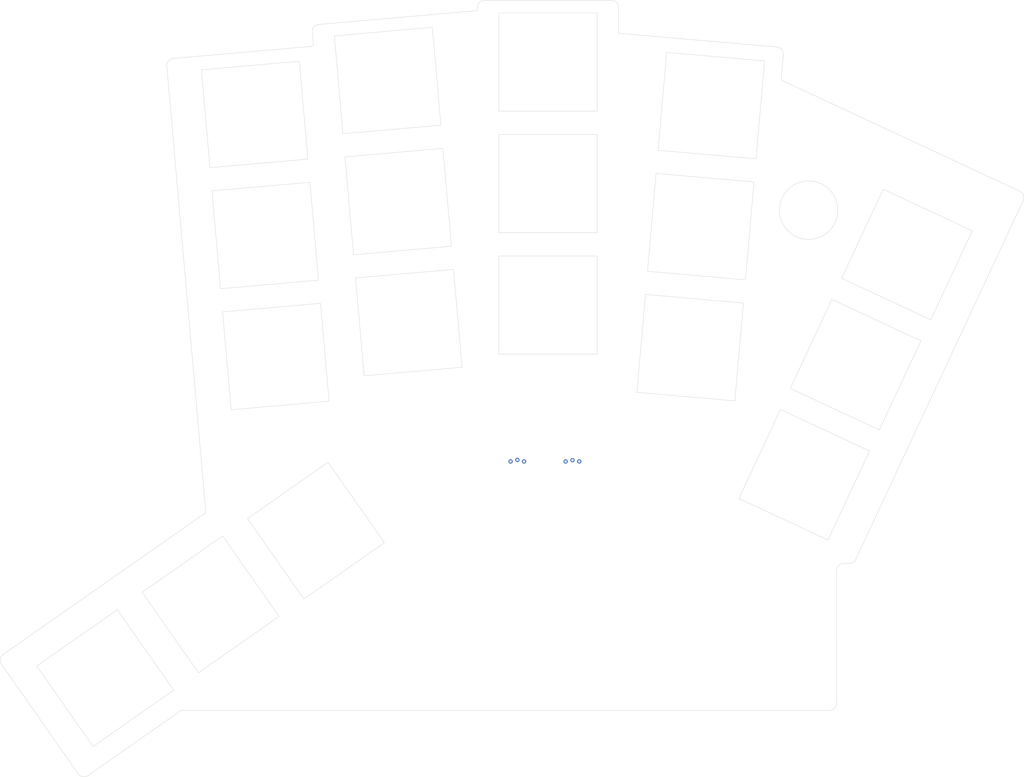
<source format=kicad_pcb>
(kicad_pcb (version 20240108) (generator "pcbnew") (generator_version "8.0")
  (layers (0 "F.Cu" signal) (31 "B.Cu" signal) (34 "B.Paste" user) (35 "F.Paste" user) (36 "B.SilkS" user "B.Silkscreen") (37 "F.SilkS" user "F.Silkscreen") (38 "B.Mask" user) (39 "F.Mask" user) (44 "Edge.Cuts" user))
  (net 0 "")
  (footprint "Art:Salt" (layer "F.Cu") (at 161.429665 107.036694)
    (property "Reference" "U7" (hide yes))
    (property "Value" "~" (hide yes))
  )
  (footprint "Art:Salt" (layer "B.Cu") (at 161.429665 107.036694 180)
    (property "Reference" "U7" (hide yes))
    (property "Value" "~" (hide yes))
  )
  (gr_arc (start 195.06559 39.630143) (mid 194.97694 39.548861) (end 194.950883 39.431437) (stroke (width 0.05)) (layer "Edge.Cuts"))
  (gr_line (start 195.254058 35.970536) (end 194.950883 39.431437) (stroke (width 0.05)) (layer "Edge.Cuts"))
  (gr_arc (start 151.871146 29.534119) (mid 151.818595 29.669245) (end 151.688541 29.733361) (stroke (width 0.05)) (layer "Edge.Cuts"))
  (gr_line (start 95.194294 138.093453) (end 84.303866 122.524548) (stroke (width 0.05)) (layer "Edge.Cuts"))
  (gr_line (start 202.797859 128.077134) (end 202.797444 109.2326) (stroke (width 0.05)) (layer "Edge.Cuts"))
  (gr_poly (pts (xy 104.268206 112.314498) (xy 115.695377 104.313106) (xy 123.696768 115.740276) (xy 112.269596 123.74167)) (stroke (width 0.05)) (fill none) (layer "Edge.Cuts"))
  (gr_poly (pts (xy 115.685284 72.499059) (xy 129.5822 71.283236) (xy 130.798024 85.180149) (xy 116.901108 86.395973)) (stroke (width 0.05)) (fill none) (layer "Edge.Cuts"))
  (gr_circle (center 198.848625 58.058453) (end 202.988628 58.348452) (stroke (width 0.05)) (fill none) (layer "Edge.Cuts"))
  (gr_line (start 151.871146 29.534119) (end 151.871149 29.237418) (stroke (width 0.05)) (layer "Edge.Cuts"))
  (gr_line (start 201.797853 129.077159) (end 109.879273 129.07644) (stroke (width 0.05)) (layer "Edge.Cuts"))
  (gr_arc (start 96.587295 138.339426) (mid 95.839836 138.505031) (end 95.194294 138.093453) (stroke (width 0.05)) (layer "Edge.Cuts"))
  (gr_poly (pts (xy 177.201422 52.838592) (xy 191.098338 54.054414) (xy 189.882514 67.951329) (xy 175.985598 66.735507)) (stroke (width 0.05)) (fill none) (layer "Edge.Cuts"))
  (gr_poly (pts (xy 89.316896 122.78352) (xy 100.744065 114.78213) (xy 108.745456 126.209301) (xy 97.318287 134.210695)) (stroke (width 0.05)) (fill none) (layer "Edge.Cuts"))
  (gr_poly (pts (xy 194.847126 86.357649) (xy 207.49012 92.253175) (xy 201.594594 104.896167) (xy 188.951602 99.000643)) (stroke (width 0.05)) (fill none) (layer "Edge.Cuts"))
  (gr_arc (start 107.768674 37.587077) (mid 107.999028 36.85702) (end 108.678192 36.503752) (stroke (width 0.05)) (layer "Edge.Cuts"))
  (gr_poly (pts (xy 119.219237 101.845675) (xy 130.646406 93.844281) (xy 138.647798 105.271451) (xy 127.220629 113.272845)) (stroke (width 0.05)) (fill none) (layer "Edge.Cuts"))
  (gr_line (start 109.764556 129.112615) (end 96.587295 138.339426) (stroke (width 0.05)) (layer "Edge.Cuts"))
  (gr_poly (pts (xy 154.893373 47.305315) (xy 168.843372 47.305316) (xy 168.843371 61.255318) (xy 154.89337 61.255316)) (stroke (width 0.05)) (fill none) (layer "Edge.Cuts"))
  (gr_line (start 152.871148 28.237418) (end 170.870759 28.237423) (stroke (width 0.05)) (layer "Edge.Cuts"))
  (gr_arc (start 170.870759 28.237423) (mid 171.577991 28.530464) (end 171.870759 29.23781) (stroke (width 0.05)) (layer "Edge.Cuts"))
  (gr_line (start 108.678192 36.503752) (end 128.393211 34.788383) (stroke (width 0.05)) (layer "Edge.Cuts"))
  (gr_poly (pts (xy 133.053081 50.492701) (xy 146.949993 49.276874) (xy 148.165818 63.173791) (xy 134.268901 64.389615)) (stroke (width 0.05)) (fill none) (layer "Edge.Cuts"))
  (gr_line (start 228.813173 55.368346) (end 195.06559 39.630143) (stroke (width 0.05)) (layer "Edge.Cuts"))
  (gr_line (start 203.797447 108.232577) (end 204.630327 108.23258) (stroke (width 0.05)) (layer "Edge.Cuts"))
  (gr_arc (start 128.575112 34.571699) (mid 128.529058 34.717723) (end 128.393211 34.788383) (stroke (width 0.05)) (layer "Edge.Cuts"))
  (gr_poly (pts (xy 202.138123 70.722041) (xy 214.781117 76.617567) (xy 208.885591 89.26056) (xy 196.242598 83.365034)) (stroke (width 0.05)) (fill none) (layer "Edge.Cuts"))
  (gr_line (start 128.575112 34.571699) (end 128.417389 32.768876) (stroke (width 0.05)) (layer "Edge.Cuts"))
  (gr_arc (start 109.764556 129.112615) (mid 109.819123 129.085675) (end 109.879273 129.07644) (stroke (width 0.05)) (layer "Edge.Cuts"))
  (gr_arc (start 205.53665 107.655171) (mid 205.167659 108.075996) (end 204.630327 108.23258) (stroke (width 0.05)) (layer "Edge.Cuts"))
  (gr_poly (pts (xy 114.181691 55.312721) (xy 128.078606 54.096898) (xy 129.294428 67.993814) (xy 115.39751 69.209635)) (stroke (width 0.05)) (fill none) (layer "Edge.Cuts"))
  (gr_arc (start 172.052125 32.955766) (mid 171.921965 32.891657) (end 171.869389 32.756437) (stroke (width 0.05)) (layer "Edge.Cuts"))
  (gr_line (start 113.301989 100.886073) (end 107.768674 37.587077) (stroke (width 0.05)) (layer "Edge.Cuts"))
  (gr_poly (pts (xy 131.549469 33.306348) (xy 145.446385 32.090524) (xy 146.662206 45.987441) (xy 132.765292 47.203262)) (stroke (width 0.05)) (fill none) (layer "Edge.Cuts"))
  (gr_line (start 229.296845 56.697229) (end 205.53665 107.655171) (stroke (width 0.05)) (layer "Edge.Cuts"))
  (gr_arc (start 128.417389 32.768876) (mid 128.647611 32.038868) (end 129.326616 31.685506) (stroke (width 0.05)) (layer "Edge.Cuts"))
  (gr_line (start 171.870759 29.23781) (end 171.869389 32.756437) (stroke (width 0.05)) (layer "Edge.Cuts"))
  (gr_arc (start 151.871149 29.237418) (mid 152.16405 28.530308) (end 152.871148 28.237418) (stroke (width 0.05)) (layer "Edge.Cuts"))
  (gr_poly (pts (xy 209.429134 55.086419) (xy 222.072128 60.981944) (xy 216.176604 73.624938) (xy 203.533609 67.729413)) (stroke (width 0.05)) (fill none) (layer "Edge.Cuts"))
  (gr_line (start 129.326616 31.685506) (end 151.688541 29.733361) (stroke (width 0.05)) (layer "Edge.Cuts"))
  (gr_arc (start 84.303866 122.524548) (mid 84.138525 121.777378) (end 84.549879 121.132096) (stroke (width 0.05)) (layer "Edge.Cuts"))
  (gr_poly (pts (xy 154.893364 64.557305) (xy 168.843363 64.557306) (xy 168.843361 78.507307) (xy 154.893362 78.507305)) (stroke (width 0.05)) (fill none) (layer "Edge.Cuts"))
  (gr_poly (pts (xy 154.893362 30.053297) (xy 168.843362 30.053298) (xy 168.843363 44.003297) (xy 154.893363 44.003295)) (stroke (width 0.05)) (fill none) (layer "Edge.Cuts"))
  (gr_arc (start 202.797444 109.2326) (mid 203.090382 108.525528) (end 203.797447 108.232577) (stroke (width 0.05)) (layer "Edge.Cuts"))
  (gr_arc (start 202.797859 128.077134) (mid 202.504914 128.78421) (end 201.797853 129.077159) (stroke (width 0.05)) (layer "Edge.Cuts"))
  (gr_arc (start 194.344182 34.886999) (mid 195.023707 35.240183) (end 195.254058 35.970536) (stroke (width 0.05)) (layer "Edge.Cuts"))
  (gr_poly (pts (xy 134.556693 67.679046) (xy 148.453606 66.463223) (xy 149.66943 80.36014) (xy 135.772512 81.575959)) (stroke (width 0.05)) (fill none) (layer "Edge.Cuts"))
  (gr_poly (pts (xy 112.67795 38.124931) (xy 126.574867 36.90911) (xy 127.790689 50.806025) (xy 113.893771 52.021844)) (stroke (width 0.05)) (fill none) (layer "Edge.Cuts"))
  (gr_poly (pts (xy 175.69783 70.024951) (xy 189.594746 71.240771) (xy 188.378924 85.137688) (xy 174.482008 83.921867)) (stroke (width 0.05)) (fill none) (layer "Edge.Cuts"))
  (gr_line (start 194.344182 34.886999) (end 172.052125 32.955766) (stroke (width 0.05)) (layer "Edge.Cuts"))
  (gr_poly (pts (xy 178.705041 35.652224) (xy 192.601957 36.868049) (xy 191.386134 50.764965) (xy 177.489219 49.549139)) (stroke (width 0.05)) (fill none) (layer "Edge.Cuts"))
  (gr_arc (start 228.813173 55.368346) (mid 229.330173 55.93263) (end 229.296845 56.697229) (stroke (width 0.05)) (layer "Edge.Cuts"))
  (gr_arc (start 113.301989 100.886073) (mid 113.284012 100.988043) (end 113.217432 101.067349) (stroke (width 0.05)) (layer "Edge.Cuts"))
  (gr_line (start 113.217432 101.067349) (end 84.549879 121.132096) (stroke (width 0.05)) (layer "Edge.Cuts"))
  (via (at 164.37 93.74) (size 0.6) (drill 0.3) (layers "F.Cu" "B.Cu") (net 0))
  (via (at 165.34 93.56) (size 0.6) (drill 0.3) (layers "F.Cu" "B.Cu") (net 0))
  (via (at 156.55 93.74) (size 0.6) (drill 0.3) (layers "F.Cu" "B.Cu") (net 0))
  (via (at 157.52 93.52) (size 0.6) (drill 0.3) (layers "F.Cu" "B.Cu") (net 0))
  (via (at 166.3 93.73) (size 0.6) (drill 0.3) (layers "F.Cu" "B.Cu") (net 0))
  (via (at 158.47 93.74) (size 0.6) (drill 0.3) (layers "F.Cu" "B.Cu") (net 0))
)
</source>
